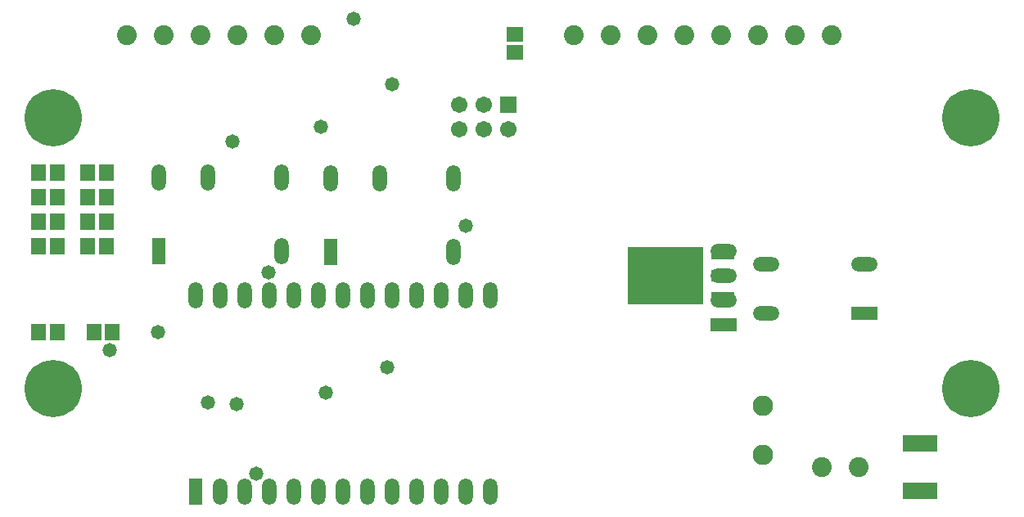
<source format=gts>
G04 Layer_Color=8388736*
%FSLAX25Y25*%
%MOIN*%
G70*
G01*
G75*
%ADD49R,0.30721X0.23241*%
%ADD50R,0.09461X0.04737*%
%ADD51R,0.05918X0.06706*%
%ADD52R,0.14100X0.06700*%
%ADD53R,0.06706X0.05918*%
%ADD54R,0.10800X0.05800*%
%ADD55O,0.10800X0.05800*%
%ADD56C,0.08083*%
%ADD57R,0.05800X0.10800*%
%ADD58O,0.05800X0.10800*%
%ADD59C,0.08300*%
%ADD60R,0.06706X0.06706*%
%ADD61C,0.06706*%
%ADD62C,0.06800*%
%ADD63C,0.05800*%
%ADD64C,0.23300*%
D49*
X249552Y45895D02*
D03*
D50*
X272763Y55051D02*
D03*
Y45995D02*
D03*
Y36940D02*
D03*
D51*
X1692Y87995D02*
D03*
X-5788D02*
D03*
Y22995D02*
D03*
X1692D02*
D03*
X-5788Y57995D02*
D03*
X1692D02*
D03*
X-5788Y67995D02*
D03*
X1692D02*
D03*
X-5788Y77995D02*
D03*
X1692D02*
D03*
X21692Y87995D02*
D03*
X14212D02*
D03*
X21692Y77995D02*
D03*
X14212D02*
D03*
X21692Y67995D02*
D03*
X14212D02*
D03*
X21692Y57995D02*
D03*
X14212D02*
D03*
X24192Y22995D02*
D03*
X16712D02*
D03*
D52*
X352952Y-41605D02*
D03*
Y-22405D02*
D03*
D53*
X187952Y144236D02*
D03*
Y136755D02*
D03*
D54*
X330452Y30495D02*
D03*
X272952Y25995D02*
D03*
D55*
X330452Y50495D02*
D03*
X290452Y30495D02*
D03*
Y50495D02*
D03*
X272952Y35995D02*
D03*
Y45995D02*
D03*
Y55995D02*
D03*
D56*
X241952Y143995D02*
D03*
X226952D02*
D03*
X211952D02*
D03*
X301952D02*
D03*
X286952D02*
D03*
X271952D02*
D03*
X256952D02*
D03*
X316952D02*
D03*
X312952Y-32005D02*
D03*
X327952D02*
D03*
X104952Y143995D02*
D03*
X44952D02*
D03*
X59952D02*
D03*
X74952D02*
D03*
X89952D02*
D03*
X29952D02*
D03*
D57*
X112952Y55495D02*
D03*
X42952Y55995D02*
D03*
X57952Y-42005D02*
D03*
D58*
X132952Y85495D02*
D03*
X162952Y55495D02*
D03*
X112952Y85495D02*
D03*
X162952D02*
D03*
X62952Y85995D02*
D03*
X92952Y55995D02*
D03*
X42952Y85995D02*
D03*
X92952D02*
D03*
X177952Y37995D02*
D03*
X167952D02*
D03*
X157952D02*
D03*
X147952D02*
D03*
X137952D02*
D03*
X127952D02*
D03*
X117952D02*
D03*
X107952D02*
D03*
X97952D02*
D03*
X87952D02*
D03*
X77952D02*
D03*
X67952D02*
D03*
X57952D02*
D03*
X177952Y-42005D02*
D03*
X167952D02*
D03*
X157952D02*
D03*
X147952D02*
D03*
X137952D02*
D03*
X127952D02*
D03*
X117952D02*
D03*
X107952D02*
D03*
X97952D02*
D03*
X87952D02*
D03*
X77952D02*
D03*
X67952D02*
D03*
D59*
X288952Y-27005D02*
D03*
Y-7005D02*
D03*
D60*
X185452Y115495D02*
D03*
D61*
Y105495D02*
D03*
X175452Y115495D02*
D03*
Y105495D02*
D03*
X165452Y115495D02*
D03*
Y105495D02*
D03*
D62*
X240000Y39393D02*
D03*
D63*
X23000Y15500D02*
D03*
X122500Y150500D02*
D03*
X82752Y-34605D02*
D03*
X42752Y22995D02*
D03*
X72952Y100595D02*
D03*
X63252Y-5805D02*
D03*
X111052Y-1805D02*
D03*
X87752Y47095D02*
D03*
X136052Y8695D02*
D03*
X167952Y66195D02*
D03*
X137952Y123795D02*
D03*
X108952Y106495D02*
D03*
X74852Y-6405D02*
D03*
D64*
X0Y110205D02*
D03*
Y0D02*
D03*
X373775D02*
D03*
Y110205D02*
D03*
M02*

</source>
